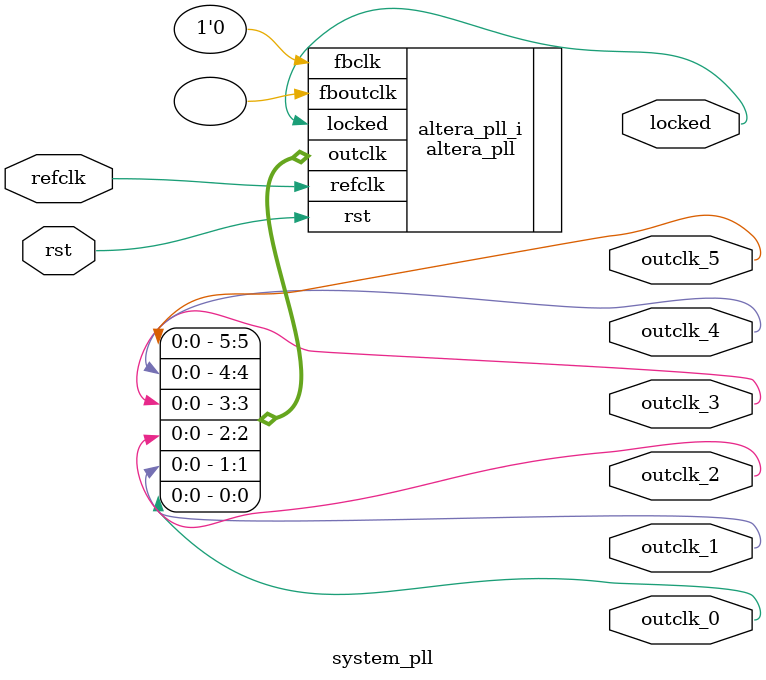
<source format=v>
`timescale 1ns/10ps
module  system_pll(

	// interface 'refclk'
	input wire refclk,

	// interface 'reset'
	input wire rst,

	// interface 'outclk0'
	output wire outclk_0,

	// interface 'outclk1'
	output wire outclk_1,

	// interface 'outclk2'
	output wire outclk_2,

	// interface 'outclk3'
	output wire outclk_3,

	// interface 'outclk4'
	output wire outclk_4,

	// interface 'outclk5'
	output wire outclk_5,

	// interface 'locked'
	output wire locked
);

	altera_pll #(
		.fractional_vco_multiplier("false"),
		.reference_clock_frequency("50.0 MHz"),
		.operation_mode("direct"),
		.number_of_clocks(6),
		.output_clock_frequency0("50.000000 MHz"),
		.phase_shift0("0 ps"),
		.duty_cycle0(50),
		.output_clock_frequency1("15.000000 MHz"),
		.phase_shift1("0 ps"),
		.duty_cycle1(50),
		.output_clock_frequency2("50.000000 MHz"),
		.phase_shift2("-3333 ps"),
		.duty_cycle2(50),
		.output_clock_frequency3("12.000000 MHz"),
		.phase_shift3("0 ps"),
		.duty_cycle3(50),
		.output_clock_frequency4("24.000000 MHz"),
		.phase_shift4("0 ps"),
		.duty_cycle4(50),
		.output_clock_frequency5("12.000000 MHz"),
		.phase_shift5("0 ps"),
		.duty_cycle5(50),
		.output_clock_frequency6("0 MHz"),
		.phase_shift6("0 ps"),
		.duty_cycle6(50),
		.output_clock_frequency7("0 MHz"),
		.phase_shift7("0 ps"),
		.duty_cycle7(50),
		.output_clock_frequency8("0 MHz"),
		.phase_shift8("0 ps"),
		.duty_cycle8(50),
		.output_clock_frequency9("0 MHz"),
		.phase_shift9("0 ps"),
		.duty_cycle9(50),
		.output_clock_frequency10("0 MHz"),
		.phase_shift10("0 ps"),
		.duty_cycle10(50),
		.output_clock_frequency11("0 MHz"),
		.phase_shift11("0 ps"),
		.duty_cycle11(50),
		.output_clock_frequency12("0 MHz"),
		.phase_shift12("0 ps"),
		.duty_cycle12(50),
		.output_clock_frequency13("0 MHz"),
		.phase_shift13("0 ps"),
		.duty_cycle13(50),
		.output_clock_frequency14("0 MHz"),
		.phase_shift14("0 ps"),
		.duty_cycle14(50),
		.output_clock_frequency15("0 MHz"),
		.phase_shift15("0 ps"),
		.duty_cycle15(50),
		.output_clock_frequency16("0 MHz"),
		.phase_shift16("0 ps"),
		.duty_cycle16(50),
		.output_clock_frequency17("0 MHz"),
		.phase_shift17("0 ps"),
		.duty_cycle17(50),
		.pll_type("General"),
		.pll_subtype("General")
	) altera_pll_i (
		.rst	(rst),
		.outclk	({outclk_5, outclk_4, outclk_3, outclk_2, outclk_1, outclk_0}),
		.locked	(locked),
		.fboutclk	( ),
		.fbclk	(1'b0),
		.refclk	(refclk)
	);
endmodule


</source>
